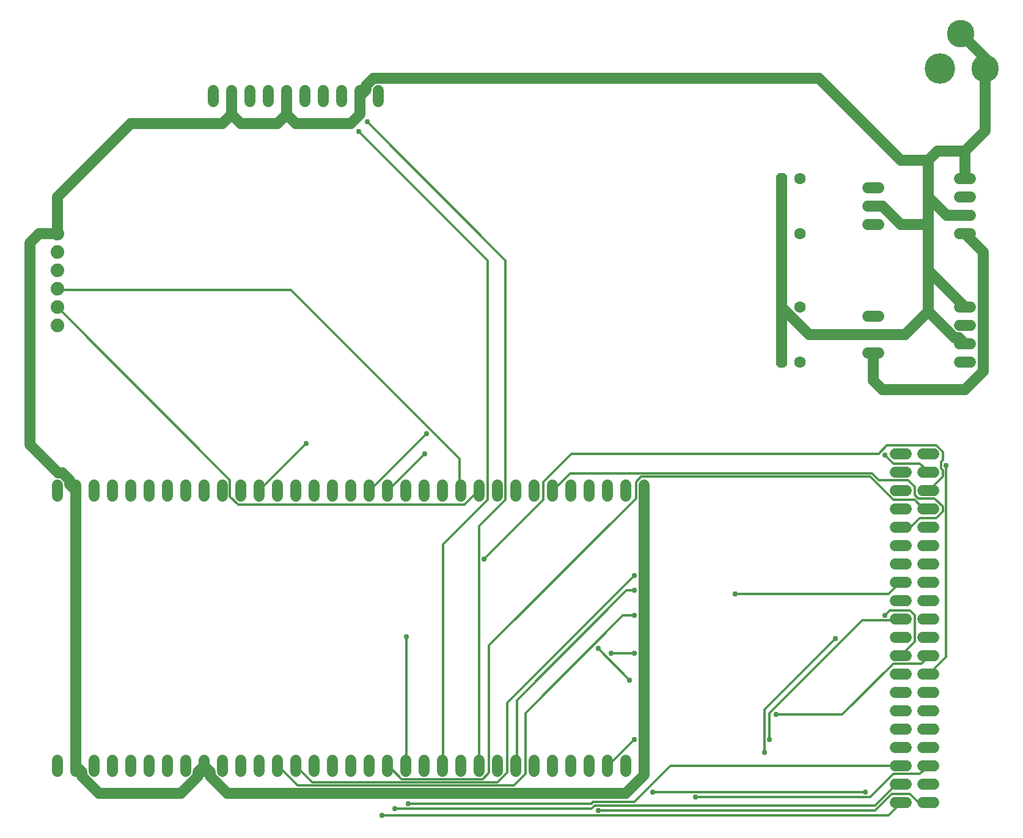
<source format=gbr>
G04 EAGLE Gerber X2 export*
%TF.Part,Single*%
%TF.FileFunction,Copper,L2,Bot,Mixed*%
%TF.FilePolarity,Positive*%
%TF.GenerationSoftware,Autodesk,EAGLE,8.6.0*%
%TF.CreationDate,2018-04-17T18:32:18Z*%
G75*
%MOMM*%
%FSLAX34Y34*%
%LPD*%
%AMOC8*
5,1,8,0,0,1.08239X$1,22.5*%
G01*
%ADD10C,1.879600*%
%ADD11C,1.524000*%
%ADD12C,4.216000*%
%ADD13C,3.816000*%
%ADD14P,1.732040X8X202.500000*%
%ADD15C,1.600200*%
%ADD16C,0.304800*%
%ADD17C,0.756400*%


D10*
X76200Y723900D03*
X76200Y749300D03*
X76200Y774700D03*
X76200Y800100D03*
X76200Y825500D03*
X76200Y850900D03*
D11*
X76200Y121920D02*
X76200Y106680D01*
X101600Y106680D02*
X101600Y121920D01*
X127000Y121920D02*
X127000Y106680D01*
X152400Y106680D02*
X152400Y121920D01*
X177800Y121920D02*
X177800Y106680D01*
X203200Y106680D02*
X203200Y121920D01*
X228600Y121920D02*
X228600Y106680D01*
X254000Y106680D02*
X254000Y121920D01*
X279400Y121920D02*
X279400Y106680D01*
X304800Y106680D02*
X304800Y121920D01*
X330200Y121920D02*
X330200Y106680D01*
X355600Y106680D02*
X355600Y121920D01*
X381000Y121920D02*
X381000Y106680D01*
X406400Y106680D02*
X406400Y121920D01*
X431800Y121920D02*
X431800Y106680D01*
X457200Y106680D02*
X457200Y121920D01*
X482600Y121920D02*
X482600Y106680D01*
X508000Y106680D02*
X508000Y121920D01*
X533400Y121920D02*
X533400Y106680D01*
X558800Y106680D02*
X558800Y121920D01*
X76200Y487680D02*
X76200Y502920D01*
X101600Y502920D02*
X101600Y487680D01*
X127000Y487680D02*
X127000Y502920D01*
X152400Y502920D02*
X152400Y487680D01*
X177800Y487680D02*
X177800Y502920D01*
X203200Y502920D02*
X203200Y487680D01*
X228600Y487680D02*
X228600Y502920D01*
X254000Y502920D02*
X254000Y487680D01*
X279400Y487680D02*
X279400Y502920D01*
X304800Y502920D02*
X304800Y487680D01*
X330200Y487680D02*
X330200Y502920D01*
X355600Y502920D02*
X355600Y487680D01*
X381000Y487680D02*
X381000Y502920D01*
X406400Y502920D02*
X406400Y487680D01*
X431800Y487680D02*
X431800Y502920D01*
X457200Y502920D02*
X457200Y487680D01*
X482600Y487680D02*
X482600Y502920D01*
X508000Y502920D02*
X508000Y487680D01*
X533400Y487680D02*
X533400Y502920D01*
X558800Y502920D02*
X558800Y487680D01*
X584200Y121920D02*
X584200Y106680D01*
X609600Y106680D02*
X609600Y121920D01*
X635000Y121920D02*
X635000Y106680D01*
X660400Y106680D02*
X660400Y121920D01*
X685800Y121920D02*
X685800Y106680D01*
X711200Y106680D02*
X711200Y121920D01*
X736600Y121920D02*
X736600Y106680D01*
X762000Y106680D02*
X762000Y121920D01*
X787400Y121920D02*
X787400Y106680D01*
X812800Y106680D02*
X812800Y121920D01*
X838200Y121920D02*
X838200Y106680D01*
X863600Y106680D02*
X863600Y121920D01*
X889000Y121920D02*
X889000Y106680D01*
X584200Y487680D02*
X584200Y502920D01*
X609600Y502920D02*
X609600Y487680D01*
X635000Y487680D02*
X635000Y502920D01*
X660400Y502920D02*
X660400Y487680D01*
X685800Y487680D02*
X685800Y502920D01*
X711200Y502920D02*
X711200Y487680D01*
X736600Y487680D02*
X736600Y502920D01*
X762000Y502920D02*
X762000Y487680D01*
X787400Y487680D02*
X787400Y502920D01*
X812800Y502920D02*
X812800Y487680D01*
X838200Y487680D02*
X838200Y502920D01*
X863600Y502920D02*
X863600Y487680D01*
X889000Y487680D02*
X889000Y502920D01*
X292100Y1033780D02*
X292100Y1049020D01*
X317500Y1049020D02*
X317500Y1033780D01*
X342900Y1033780D02*
X342900Y1049020D01*
X368300Y1049020D02*
X368300Y1033780D01*
X393700Y1033780D02*
X393700Y1049020D01*
X419100Y1049020D02*
X419100Y1033780D01*
X444500Y1033780D02*
X444500Y1049020D01*
X469900Y1049020D02*
X469900Y1033780D01*
X495300Y1033780D02*
X495300Y1049020D01*
X520700Y1049020D02*
X520700Y1033780D01*
X1236980Y546100D02*
X1252220Y546100D01*
X1252220Y520700D02*
X1236980Y520700D01*
X1236980Y495300D02*
X1252220Y495300D01*
X1252220Y469900D02*
X1236980Y469900D01*
X1236980Y444500D02*
X1252220Y444500D01*
X1252220Y419100D02*
X1236980Y419100D01*
X1236980Y393700D02*
X1252220Y393700D01*
X1252220Y368300D02*
X1236980Y368300D01*
X1236980Y342900D02*
X1252220Y342900D01*
X1252220Y317500D02*
X1236980Y317500D01*
X1236980Y292100D02*
X1252220Y292100D01*
X1252220Y266700D02*
X1236980Y266700D01*
X1236980Y241300D02*
X1252220Y241300D01*
X1252220Y215900D02*
X1236980Y215900D01*
X1236980Y190500D02*
X1252220Y190500D01*
X1252220Y165100D02*
X1236980Y165100D01*
X1236980Y139700D02*
X1252220Y139700D01*
X1252220Y114300D02*
X1236980Y114300D01*
X1236980Y88900D02*
X1252220Y88900D01*
X1252220Y63500D02*
X1236980Y63500D01*
X1275080Y546100D02*
X1290320Y546100D01*
X1290320Y520700D02*
X1275080Y520700D01*
X1275080Y495300D02*
X1290320Y495300D01*
X1290320Y469900D02*
X1275080Y469900D01*
X1275080Y444500D02*
X1290320Y444500D01*
X1290320Y419100D02*
X1275080Y419100D01*
X1275080Y393700D02*
X1290320Y393700D01*
X1290320Y368300D02*
X1275080Y368300D01*
X1275080Y342900D02*
X1290320Y342900D01*
X1290320Y317500D02*
X1275080Y317500D01*
X1275080Y292100D02*
X1290320Y292100D01*
X1290320Y266700D02*
X1275080Y266700D01*
X1275080Y241300D02*
X1290320Y241300D01*
X1290320Y215900D02*
X1275080Y215900D01*
X1275080Y190500D02*
X1290320Y190500D01*
X1290320Y165100D02*
X1275080Y165100D01*
X1275080Y139700D02*
X1290320Y139700D01*
X1290320Y114300D02*
X1275080Y114300D01*
X1275080Y88900D02*
X1290320Y88900D01*
X1290320Y63500D02*
X1275080Y63500D01*
D12*
X1299100Y1079500D03*
D13*
X1361600Y1079500D03*
X1327600Y1127500D03*
D11*
X1325880Y850900D02*
X1341120Y850900D01*
X1341120Y876300D02*
X1325880Y876300D01*
X1325880Y901700D02*
X1341120Y901700D01*
X1341120Y927100D02*
X1325880Y927100D01*
D14*
X1079500Y927100D03*
D15*
X1104900Y927100D03*
D14*
X1079500Y850900D03*
D15*
X1104900Y850900D03*
D14*
X1079500Y749300D03*
D15*
X1104900Y749300D03*
D14*
X1079500Y673100D03*
D15*
X1104900Y673100D03*
D11*
X1325880Y673100D02*
X1341120Y673100D01*
X1341120Y698500D02*
X1325880Y698500D01*
X1325880Y723900D02*
X1341120Y723900D01*
X1341120Y749300D02*
X1325880Y749300D01*
X1214120Y914400D02*
X1198880Y914400D01*
X1198880Y889000D02*
X1214120Y889000D01*
X1214120Y863600D02*
X1198880Y863600D01*
X1198880Y736600D02*
X1214120Y736600D01*
X1214120Y711200D02*
X1198880Y711200D01*
X1198880Y685800D02*
X1214120Y685800D01*
D16*
X633222Y539496D02*
X633222Y496062D01*
X633222Y539496D02*
X400050Y772668D01*
X77724Y772668D01*
X633222Y496062D02*
X635000Y495300D01*
X77724Y772668D02*
X76200Y774700D01*
X640080Y475488D02*
X658368Y493776D01*
X640080Y475488D02*
X326898Y475488D01*
X315468Y486918D01*
X315468Y509778D01*
X77724Y747522D01*
X658368Y493776D02*
X660400Y495300D01*
X77724Y747522D02*
X76200Y749300D01*
D11*
X1327600Y1127500D02*
X1361600Y1093500D01*
X1361600Y1079500D01*
X1361600Y993300D01*
X1333500Y965200D01*
X1333500Y927100D01*
X1333500Y876300D02*
X1308100Y876300D01*
X1282700Y901700D01*
X1282700Y952500D01*
X1295400Y965200D01*
X1333500Y965200D01*
X1282700Y800100D02*
X1333500Y749300D01*
X1282700Y800100D02*
X1282700Y863600D01*
X1282700Y901700D01*
X1324864Y707136D02*
X1333500Y698500D01*
X1324864Y707136D02*
X1318936Y707136D01*
X1282700Y743372D01*
X1282700Y800100D01*
X1250528Y711200D02*
X1206500Y711200D01*
X1250528Y711200D02*
X1282700Y743372D01*
X1219200Y889000D02*
X1206500Y889000D01*
X1219200Y889000D02*
X1244600Y863600D01*
X1282700Y863600D01*
X1079500Y850900D02*
X1079500Y927100D01*
X1079500Y850900D02*
X1079500Y749300D01*
X1079500Y673100D01*
X513756Y1065784D02*
X503936Y1055964D01*
X503936Y1050036D02*
X495300Y1041400D01*
X503936Y1050036D02*
X503936Y1055964D01*
X513756Y1065784D02*
X1131316Y1065784D01*
X1244600Y952500D01*
X1282700Y952500D01*
X1079500Y749300D02*
X1117600Y711200D01*
X1206500Y711200D01*
X495300Y1016000D02*
X495300Y1041400D01*
X495300Y1016000D02*
X482600Y1003300D01*
X406400Y1003300D01*
X393700Y1016000D01*
X393700Y1041400D01*
X317500Y1041400D02*
X317500Y1016000D01*
X330200Y1003300D01*
X381000Y1003300D01*
X393700Y1016000D01*
X76200Y901700D02*
X76200Y850900D01*
X304800Y1003300D02*
X317500Y1016000D01*
X177800Y1003300D02*
X76200Y901700D01*
X177800Y1003300D02*
X304800Y1003300D01*
X76200Y850900D02*
X50800Y850900D01*
X38100Y838200D01*
X38100Y558800D01*
X77216Y519684D01*
X83144Y519684D01*
X92964Y509864D01*
X92964Y503936D01*
X101600Y495300D01*
X101600Y114300D01*
X110236Y105664D01*
X110236Y99736D01*
X133772Y76200D01*
X270764Y99736D02*
X270764Y105664D01*
X279400Y114300D01*
X247228Y76200D02*
X133772Y76200D01*
X247228Y76200D02*
X270764Y99736D01*
X279400Y114300D02*
X288036Y105664D01*
X288036Y99736D01*
X311572Y76200D01*
X863600Y76200D01*
X889000Y101600D01*
X889000Y114300D01*
X889000Y495300D01*
D16*
X610362Y420624D02*
X610362Y114300D01*
X610362Y420624D02*
X672084Y482346D01*
X672084Y813816D01*
X493776Y992124D01*
X609600Y114300D02*
X610362Y114300D01*
D17*
X493776Y992124D03*
D16*
X660654Y445770D02*
X660654Y114300D01*
X660654Y445770D02*
X697230Y482346D01*
X697230Y813816D01*
X505206Y1005840D01*
X660400Y114300D02*
X660654Y114300D01*
D17*
X505206Y1005840D03*
D16*
X525780Y45720D02*
X1227582Y45720D01*
X1243584Y61722D01*
X1244600Y63500D01*
D17*
X525780Y45720D03*
D16*
X544068Y54864D02*
X816102Y54864D01*
X820674Y59436D01*
X1209294Y59436D01*
X1236726Y86868D01*
X1243584Y86868D01*
X1244600Y88900D01*
D17*
X544068Y54864D03*
D16*
X562356Y61722D02*
X816102Y61722D01*
X818388Y64008D01*
X875538Y64008D01*
X925830Y114300D01*
X1244600Y114300D01*
D17*
X562356Y61722D03*
D16*
X825246Y276606D02*
X868680Y233172D01*
D17*
X868680Y233172D03*
X825246Y276606D03*
D16*
X843534Y269748D02*
X875538Y269748D01*
D17*
X843534Y269748D03*
X875538Y269748D03*
D16*
X1223010Y322326D02*
X1229868Y329184D01*
X1257300Y329184D01*
X1264158Y322326D01*
X1264158Y285750D01*
X1245870Y267462D01*
X1244600Y266700D01*
D17*
X1223010Y322326D03*
D16*
X1056132Y192024D02*
X1056132Y132588D01*
X1056132Y192024D02*
X1154430Y290322D01*
D17*
X1056132Y132588D03*
X1154430Y290322D03*
D16*
X1062990Y187452D02*
X1062990Y150876D01*
X1062990Y187452D02*
X1191006Y315468D01*
X1243584Y315468D01*
X1244600Y317500D01*
D17*
X1062990Y150876D03*
D16*
X409194Y86868D02*
X381762Y114300D01*
X409194Y86868D02*
X708660Y86868D01*
X724662Y102870D01*
X724662Y187452D01*
X859536Y322326D01*
X875538Y322326D01*
X381762Y114300D02*
X381000Y114300D01*
D17*
X875538Y322326D03*
D16*
X429768Y91440D02*
X406908Y114300D01*
X429768Y91440D02*
X685800Y91440D01*
X699516Y105156D01*
X1014984Y352044D02*
X1227582Y352044D01*
X1243584Y368046D01*
X406908Y114300D02*
X406400Y114300D01*
X1243584Y368046D02*
X1244600Y368300D01*
D17*
X875538Y377444D03*
X1014984Y352044D03*
D16*
X875538Y377444D02*
X699516Y201422D01*
X699516Y105156D01*
X711200Y114300D02*
X713232Y114300D01*
D17*
X875538Y356870D03*
D16*
X864870Y356870D01*
X713232Y205232D02*
X713232Y114300D01*
X713232Y205232D02*
X864870Y356870D01*
X1245870Y445770D02*
X1259586Y445770D01*
X1271016Y457200D01*
X1293876Y457200D01*
X1303020Y466344D01*
X1303020Y473202D01*
X1291590Y484632D01*
X1268730Y484632D01*
X1264158Y489204D01*
X1264158Y500634D01*
X1255014Y509778D01*
X1213866Y509778D01*
X1204722Y518922D01*
X786384Y518922D01*
X763524Y496062D01*
X1244600Y444500D02*
X1245870Y445770D01*
X763524Y496062D02*
X762000Y495300D01*
X1268730Y64008D02*
X1282446Y64008D01*
X1268730Y64008D02*
X1257300Y75438D01*
X1232154Y75438D01*
X1209294Y52578D01*
X825246Y52578D01*
X1282446Y64008D02*
X1282700Y63500D01*
D17*
X825246Y52578D03*
D16*
X900684Y77724D02*
X1195578Y77724D01*
D17*
X1195578Y77724D03*
X900684Y77724D03*
D16*
X960120Y70866D02*
X1202436Y70866D01*
X1234440Y102870D01*
X1271016Y102870D01*
X1282446Y114300D01*
X1282700Y114300D01*
D17*
X960120Y70866D03*
D16*
X1307592Y265176D02*
X1307592Y530352D01*
X1307592Y265176D02*
X1284732Y242316D01*
X1282700Y241300D01*
D17*
X1307592Y530352D03*
D16*
X1163574Y185166D02*
X1072134Y185166D01*
X1163574Y185166D02*
X1234440Y256032D01*
X1273302Y256032D01*
X1282446Y265176D01*
X1282700Y266700D01*
D17*
X1072134Y185166D03*
D16*
X875538Y150876D02*
X838962Y114300D01*
X838200Y114300D01*
D17*
X875538Y150876D03*
D16*
X509778Y496062D02*
X587502Y573786D01*
X509778Y496062D02*
X508000Y495300D01*
D17*
X587502Y573786D03*
D16*
X585216Y546354D02*
X534924Y496062D01*
X1223010Y544068D02*
X1234440Y532638D01*
X1271016Y532638D01*
X1282446Y521208D01*
X534924Y496062D02*
X533400Y495300D01*
X1282446Y521208D02*
X1282700Y520700D01*
D17*
X585216Y546354D03*
X1223010Y544068D03*
D16*
X560070Y292608D02*
X560070Y114300D01*
X667512Y400050D02*
X749808Y482346D01*
X749808Y507492D01*
X788670Y546354D01*
X1213866Y546354D01*
X1225296Y557784D01*
X1293876Y557784D01*
X1303020Y548640D01*
X1303020Y537210D01*
X1300734Y534924D01*
X1300734Y525780D01*
X1303020Y523494D01*
X1303020Y514350D01*
X1284732Y496062D01*
X560070Y114300D02*
X558800Y114300D01*
X1282700Y495300D02*
X1284732Y496062D01*
D17*
X560070Y292608D03*
X667512Y400050D03*
D16*
X534924Y114300D02*
X553212Y96012D01*
X665226Y96012D01*
X674370Y105156D01*
X674370Y281178D01*
X877824Y484632D01*
X877824Y507492D01*
X884682Y514350D01*
X1202436Y514350D01*
X1234440Y482346D01*
X1264158Y482346D01*
X1275588Y470916D01*
X1282446Y470916D01*
X534924Y114300D02*
X533400Y114300D01*
X1282700Y469900D02*
X1282446Y470916D01*
X420624Y560070D02*
X356616Y496062D01*
X355600Y495300D01*
D17*
X420624Y560070D03*
D11*
X1206500Y647700D02*
X1206500Y685800D01*
X1206500Y647700D02*
X1219200Y635000D01*
X1333500Y635000D01*
X1358900Y660400D01*
X1358900Y825500D01*
X1333500Y850900D01*
M02*

</source>
